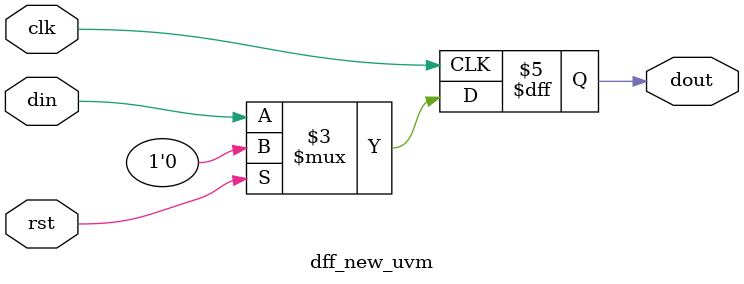
<source format=sv>
module dff_new_uvm(input clk, rst, din, output reg dout);

    //input logic clk, rst, din;
    //output reg dout;
    
    always@(posedge clk) begin
        if(rst)
            dout <= 1'b0;
        else
            dout <= din;
    end
    
endmodule:dff_new_uvm

</source>
